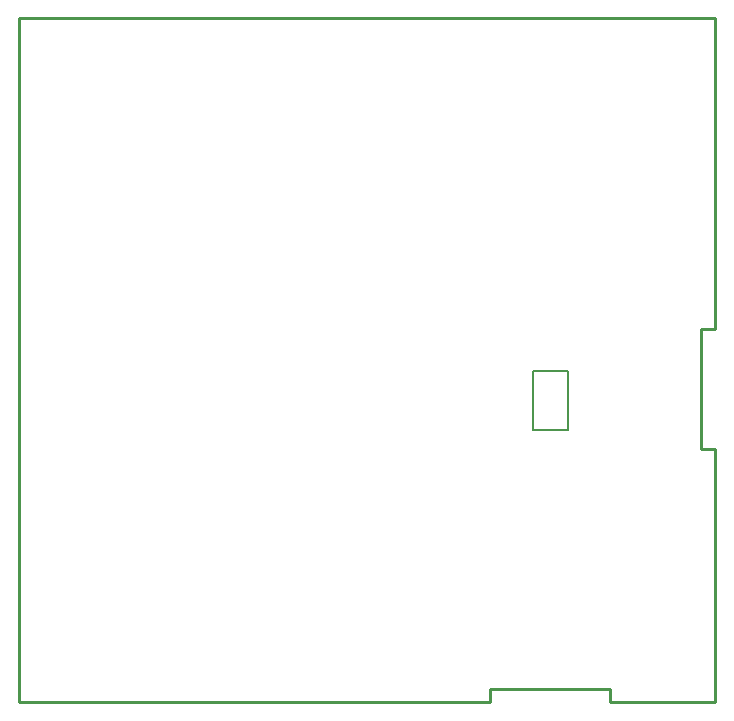
<source format=gko>
G04 Layer_Color=16711935*
%FSLAX25Y25*%
%MOIN*%
G70*
G01*
G75*
%ADD53C,0.01000*%
%ADD98C,0.00600*%
D53*
X0Y0D02*
Y228000D01*
X232000D01*
X227500Y84500D02*
Y124500D01*
Y84500D02*
X232000D01*
X157000Y0D02*
Y4500D01*
X197000D01*
Y0D02*
Y4500D01*
X227500Y124500D02*
X232000D01*
Y228000D01*
Y0D02*
Y84500D01*
X0Y0D02*
X157000D01*
X197000D02*
X232000D01*
D98*
X171280Y90906D02*
X183091D01*
Y110591D01*
X171280D02*
X183091D01*
X171280Y90906D02*
Y110591D01*
M02*

</source>
